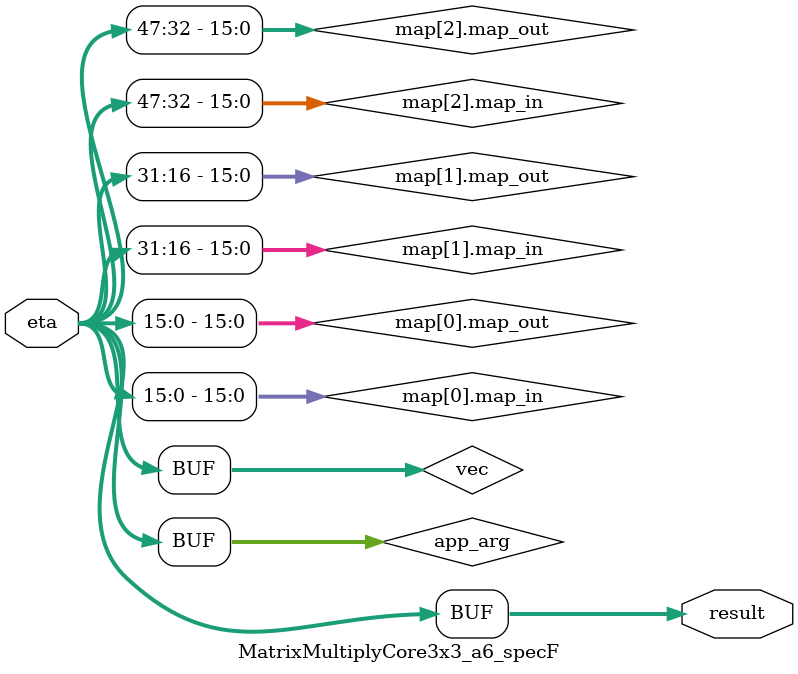
<source format=v>
module MatrixMultiplyCore3x3_a6_specF(eta
                                     ,result);
  input [47:0] eta;
  output [47:0] result;
  wire [47:0] app_arg;
  assign app_arg = eta;
  
  // map begin
  wire [47:0] vec;
  assign vec = app_arg;
  
  genvar i;
  generate
  for (i=0; i < 3; i = i + 1) begin : map
    wire [15:0] map_in;
    wire signed [15:0] map_out;
  
    assign map_in = vec[i*16+:16];
    assign map_out = map_in;
    assign result[i*16+:16] = map_out;
  end
  endgenerate
  // map end
endmodule

</source>
